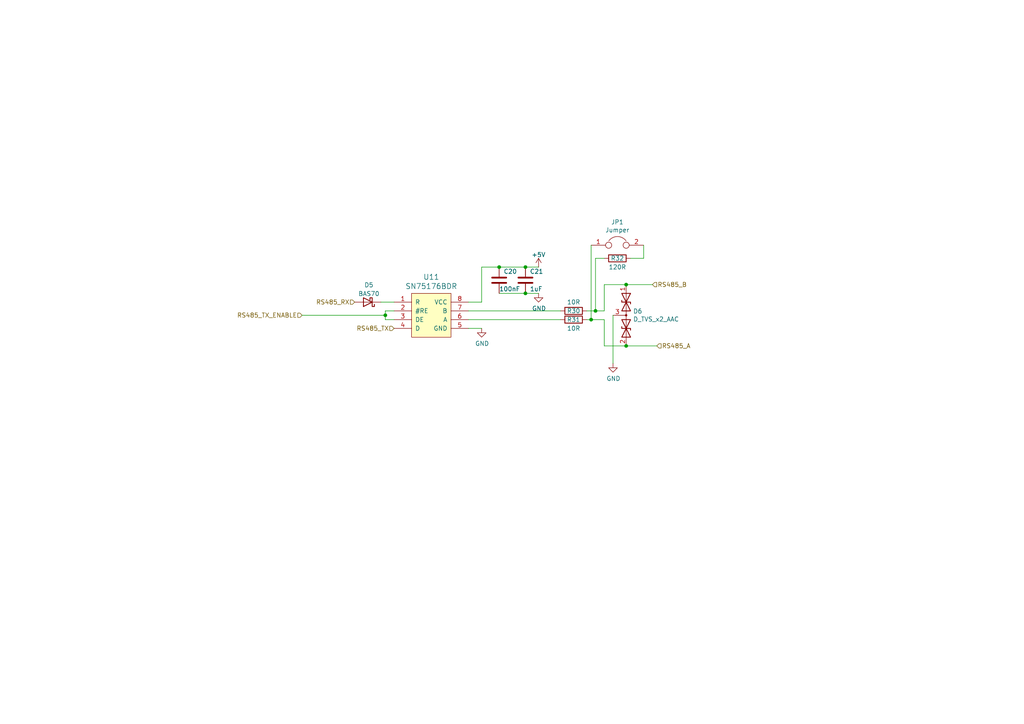
<source format=kicad_sch>
(kicad_sch (version 20230121) (generator eeschema)
  (paper "A4")
  (lib_symbols
    (symbol "Communication:SN65HVD78" (pin_names (offset 1.016))
      (property "Reference" "U" (at 0 10.16 0))
      (property "Value" "Communication_SN65HVD78" (at 0 -5.08 0))
      (symbol "SN65HVD78_0_1"
        (rectangle (start -6.35 8.89) (end 5.08 -3.81) (fill (type background)))
      )
      (symbol "SN65HVD78_1_1"
        (pin output line (at -11.43 6.35 0) (length 5.08) (name "R") (number "1"))
        (pin input line (at -11.43 3.81 0) (length 5.08) (name "#RE") (number "2"))
        (pin input line (at -11.43 1.27 0) (length 5.08) (name "DE") (number "3"))
        (pin input line (at -11.43 -1.27 0) (length 5.08) (name "D") (number "4"))
        (pin input line (at 10.16 -1.27 180) (length 5.08) (name "GND") (number "5"))
        (pin input line (at 10.16 1.27 180) (length 5.08) (name "A") (number "6"))
        (pin input line (at 10.16 3.81 180) (length 5.08) (name "B") (number "7"))
        (pin input line (at 10.16 6.35 180) (length 5.08) (name "VCC") (number "8"))
      )
    )
    (symbol "Device:C" (pin_numbers hide) (pin_names (offset 0.254))
      (property "Reference" "C" (at 0.635 2.54 0))
      (property "Value" "C" (at 0.635 -2.54 0))
      (symbol "C_0_1"
        (polyline (pts (xy -2.032 -0.762) (xy 2.032 -0.762)) (stroke (width 0.508)))
        (polyline (pts (xy -2.032 0.762) (xy 2.032 0.762)) (stroke (width 0.508)))
      )
      (symbol "C_1_1"
        (pin passive line (at 0 3.81 270) (length 2.794) (name "~") (number "1"))
        (pin passive line (at 0 -3.81 90) (length 2.794) (name "~") (number "2"))
      )
    )
    (symbol "Device:D_TVS_x2_AAC" (pin_names (offset 1.016) hide)
      (property "Reference" "D" (at 0 4.445 0))
      (property "Value" "Device_D_TVS_x2_AAC" (at 0 2.54 0))
      (symbol "D_TVS_x2_AAC_0_0"
        (polyline (pts (xy 0 -1.27) (xy 0 0)))
      )
      (symbol "D_TVS_x2_AAC_0_1"
        (polyline (pts (xy -6.35 0) (xy 6.35 0)))
        (polyline (pts (xy -3.302 1.27) (xy -3.81 1.27) (xy -3.81 -1.27) (xy -4.318 -1.27)) (stroke (width 0.254)))
        (polyline (pts (xy 4.318 1.27) (xy 3.81 1.27) (xy 3.81 -1.27) (xy 3.302 -1.27)) (stroke (width 0.254)))
        (polyline (pts (xy -6.35 1.27) (xy -1.27 -1.27) (xy -1.27 1.27) (xy -6.35 -1.27) (xy -6.35 1.27)) (stroke (width 0.254)))
        (polyline (pts (xy 6.35 1.27) (xy 1.27 -1.27) (xy 1.27 1.27) (xy 6.35 -1.27) (xy 6.35 1.27)) (stroke (width 0.254)))
        (circle (center 0 0) (radius 0.254) (fill (type outline)))
      )
      (symbol "D_TVS_x2_AAC_1_1"
        (pin passive line (at -8.89 0 0) (length 2.54) (name "A1") (number "1"))
        (pin passive line (at 8.89 0 180) (length 2.54) (name "A2") (number "2"))
        (pin input line (at 0 -3.81 90) (length 2.54) (name "common") (number "3"))
      )
    )
    (symbol "Device:Jumper" (pin_names (offset 0.762) hide)
      (property "Reference" "JP" (at 0 3.81 0))
      (property "Value" "Device_Jumper" (at 0 -2.032 0))
      (symbol "Jumper_0_1"
        (circle (center -2.54 0) (radius 0.889))
        (arc (start 2.5146 1.27) (mid 0.0078 2.5097) (end -2.4892 1.27))
        (circle (center 2.54 0) (radius 0.889))
        (pin passive line (at -7.62 0 0) (length 4.191) (name "1") (number "1"))
        (pin passive line (at 7.62 0 180) (length 4.191) (name "2") (number "2"))
      )
    )
    (symbol "Device:R" (pin_numbers hide) (pin_names (offset 0))
      (property "Reference" "R" (at 2.032 0 90))
      (property "Value" "R" (at 0 0 90))
      (symbol "R_0_1"
        (rectangle (start -1.016 -2.54) (end 1.016 2.54) (stroke (width 0.254)))
      )
      (symbol "R_1_1"
        (pin passive line (at 0 3.81 270) (length 1.27) (name "~") (number "1"))
        (pin passive line (at 0 -3.81 90) (length 1.27) (name "~") (number "2"))
      )
    )
    (symbol "Diode:BAT41" (pin_numbers hide) (pin_names (offset 1.016) hide)
      (property "Reference" "D" (at 0 2.54 0))
      (property "Value" "BAT41" (at 0 -2.54 0))
      (symbol "BAT41_0_1"
        (polyline (pts (xy 1.27 0) (xy -1.27 0)))
        (polyline (pts (xy 1.27 1.27) (xy 1.27 -1.27) (xy -1.27 0) (xy 1.27 1.27)) (stroke (width 0.254)))
        (polyline (pts (xy -1.905 0.635) (xy -1.905 1.27) (xy -1.27 1.27) (xy -1.27 -1.27) (xy -0.635 -1.27) (xy -0.635 -0.635)) (stroke (width 0.254)))
      )
      (symbol "BAT41_1_1"
        (pin passive line (at -3.81 0 0) (length 2.54) (name "K") (number "1"))
        (pin passive line (at 3.81 0 180) (length 2.54) (name "A") (number "2"))
      )
    )
    (symbol "power:+5V" (power) (pin_names (offset 0))
      (property "Value" "+5V" (at 0 3.556 0))
      (symbol "+5V_0_1"
        (polyline (pts (xy -0.762 1.27) (xy 0 2.54)))
        (polyline (pts (xy 0 0) (xy 0 2.54)))
        (polyline (pts (xy 0 2.54) (xy 0.762 1.27)))
      )
      (symbol "+5V_1_1"
        (pin power_in line (at 0 0 90) (length 0) hide (name "+5V") (number "1"))
      )
    )
    (symbol "power:GND" (power) (pin_names (offset 0))
      (property "Value" "GND" (at 0 -3.81 0))
      (symbol "GND_0_1"
        (polyline (pts (xy 0 0) (xy 0 -1.27) (xy 1.27 -1.27) (xy 0 -2.54) (xy -1.27 -1.27) (xy 0 -1.27)))
      )
      (symbol "GND_1_1"
        (pin power_in line (at 0 0 270) (length 0) hide (name "GND") (number "1"))
      )
    )
  )
  (junction (at 111.76 91.44))
  (junction (at 181.61 82.55))
  (junction (at 171.45 92.71))
  (junction (at 181.61 100.33))
  (junction (at 152.4 85.09))
  (junction (at 152.4 77.47))
  (junction (at 172.72 90.17))
  (junction (at 144.78 77.47))
  (wire (pts (xy 175.26 82.55) (xy 181.61 82.55)))
  (wire (pts (xy 144.78 85.09) (xy 152.4 85.09)))
  (wire (pts (xy 170.18 92.71) (xy 171.45 92.71)))
  (wire (pts (xy 152.4 85.09) (xy 156.21 85.09)))
  (wire (pts (xy 110.49 87.63) (xy 114.3 87.63)))
  (wire (pts (xy 152.4 77.47) (xy 156.21 77.47)))
  (wire (pts (xy 114.3 92.71) (xy 111.76 92.71)))
  (wire (pts (xy 171.45 92.71) (xy 175.26 92.71)))
  (wire (pts (xy 87.63 91.44) (xy 111.76 91.44)))
  (wire (pts (xy 175.26 74.93) (xy 172.72 74.93)))
  (wire (pts (xy 135.89 90.17) (xy 162.56 90.17)))
  (wire (pts (xy 170.18 90.17) (xy 172.72 90.17)))
  (wire (pts (xy 111.76 92.71) (xy 111.76 91.44)))
  (wire (pts (xy 135.89 95.25) (xy 139.7 95.25)))
  (wire (pts (xy 177.8 91.44) (xy 177.8 105.41)))
  (wire (pts (xy 144.78 77.47) (xy 152.4 77.47)))
  (wire (pts (xy 186.69 74.93) (xy 186.69 71.12)))
  (wire (pts (xy 172.72 74.93) (xy 172.72 90.17)))
  (wire (pts (xy 111.76 91.44) (xy 111.76 90.17)))
  (wire (pts (xy 181.61 82.55) (xy 189.23 82.55)))
  (wire (pts (xy 111.76 90.17) (xy 114.3 90.17)))
  (wire (pts (xy 182.88 74.93) (xy 186.69 74.93)))
  (wire (pts (xy 181.61 100.33) (xy 190.5 100.33)))
  (wire (pts (xy 135.89 92.71) (xy 162.56 92.71)))
  (wire (pts (xy 172.72 90.17) (xy 175.26 90.17)))
  (wire (pts (xy 175.26 90.17) (xy 175.26 82.55)))
  (wire (pts (xy 175.26 92.71) (xy 175.26 100.33)))
  (wire (pts (xy 135.89 87.63) (xy 139.7 87.63)))
  (wire (pts (xy 175.26 100.33) (xy 181.61 100.33)))
  (wire (pts (xy 139.7 87.63) (xy 139.7 77.47)))
  (wire (pts (xy 139.7 77.47) (xy 144.78 77.47)))
  (wire (pts (xy 171.45 92.71) (xy 171.45 71.12)))
  (hierarchical_label "RS485_B" (shape input) (at 189.23 82.55 0))
  (hierarchical_label "RS485_TX_ENABLE" (shape input) (at 87.63 91.44 180))
  (hierarchical_label "RS485_TX" (shape input) (at 114.3 95.25 180))
  (hierarchical_label "RS485_A" (shape input) (at 190.5 100.33 0))
  (hierarchical_label "RS485_RX" (shape input) (at 102.87 87.63 180))
  (symbol (lib_id "Communication:SN65HVD78") (at 125.73 93.98 0) (unit 1)
    (property "Reference" "U11" (at 125.095 80.3402 0) (effects (font (size 1.524 1.524))))
    (property "Value" "SN75176BDR" (at 125.095 83.0326 0) (effects (font (size 1.524 1.524))))
    (property "Footprint" "Package_SO:SOIC-8_3.9x4.9mm_P1.27mm" (effects hide))
  )
  (symbol (lib_id "power:GND") (at 139.7 95.25 0) (unit 1)
    (property "Reference" "#PWR068" (effects hide))
    (property "Value" "GND" (at 139.827 99.6442 0))
  )
  (symbol (lib_id "Device:C") (at 144.78 81.28 0) (unit 1)
    (property "Reference" "C20" (at 146.05 78.74 0) (effects (justify left)))
    (property "Value" "100nF" (at 144.78 83.82 0) (effects (justify left)))
    (property "Footprint" "Capacitor_SMD:C_0805_2012Metric" (effects hide))
  )
  (symbol (lib_id "Device:C") (at 152.4 81.28 0) (unit 1)
    (property "Reference" "C21" (at 153.67 78.74 0) (effects (justify left)))
    (property "Value" "1uF" (at 153.67 83.82 0) (effects (justify left)))
    (property "Footprint" "Capacitor_SMD:C_0805_2012Metric" (effects hide))
  )
  (symbol (lib_id "power:GND") (at 156.21 85.09 0) (unit 1)
    (property "Reference" "#PWR070" (effects hide))
    (property "Value" "GND" (at 156.337 89.4842 0))
  )
  (symbol (lib_id "Device:R") (at 166.37 90.17 270) (unit 1)
    (property "Reference" "R30" (at 166.37 90.17 90))
    (property "Value" "10R" (at 166.37 87.63 90))
    (property "Footprint" "Resistor_SMD:R_0805_2012Metric" (effects hide))
  )
  (symbol (lib_id "Device:R") (at 166.37 92.71 270) (unit 1)
    (property "Reference" "R31" (at 166.37 92.71 90))
    (property "Value" "10R" (at 166.37 95.25 90))
    (property "Footprint" "Resistor_SMD:R_0805_2012Metric" (effects hide))
  )
  (symbol (lib_id "Device:D_TVS_x2_AAC") (at 181.61 91.44 270) (unit 1)
    (property "Reference" "D6" (at 183.6166 90.2716 90) (effects (justify left)))
    (property "Value" "D_TVS_x2_AAC" (at 183.6166 92.583 90) (effects (justify left)))
    (property "Footprint" "Package_TO_SOT_SMD:SOT-23" (effects hide))
  )
  (symbol (lib_id "power:GND") (at 177.8 105.41 0) (unit 1)
    (property "Reference" "#PWR071" (effects hide))
    (property "Value" "GND" (at 177.927 109.8042 0))
  )
  (symbol (lib_id "Device:Jumper") (at 179.07 71.12 0) (unit 1)
    (property "Reference" "JP1" (at 179.07 64.4144 0))
    (property "Value" "Jumper" (at 179.07 66.7258 0))
    (property "Footprint" "Connector_PinHeader_2.54mm:PinHeader_1x02_P2.54mm_Vertical" (effects hide))
  )
  (symbol (lib_id "Device:R") (at 179.07 74.93 270) (unit 1)
    (property "Reference" "R32" (at 179.07 74.93 90))
    (property "Value" "120R" (at 179.07 77.47 90))
    (property "Footprint" "Resistor_SMD:R_1210_3225Metric" (effects hide))
  )
  (symbol (lib_id "Diode:BAT41") (at 106.68 87.63 180) (unit 1)
    (property "Reference" "D5" (at 106.9975 82.6602 0))
    (property "Value" "BAS70" (at 106.9975 85.1971 0))
    (property "Footprint" "Package_TO_SOT_SMD:SOT-23" (effects hide))
    (property "Datasheet" "http://www.vishay.com/docs/85659/bat41.pdf" (effects hide))
  )
  (symbol (lib_id "power:+5V") (at 156.21 77.47 0) (unit 1)
    (property "Reference" "#PWR069" (effects hide))
    (property "Value" "+5V" (at 156.21 73.8942 0))
  )
)
</source>
